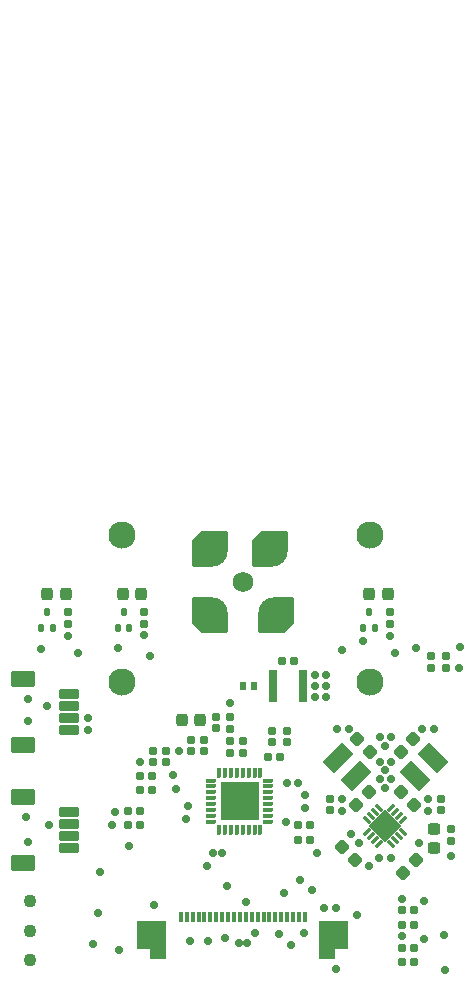
<source format=gbr>
%TF.GenerationSoftware,KiCad,Pcbnew,8.0.5*%
%TF.CreationDate,2025-03-05T14:18:00-05:00*%
%TF.ProjectId,minimax,6d696e69-6d61-4782-9e6b-696361645f70,rev?*%
%TF.SameCoordinates,Original*%
%TF.FileFunction,Soldermask,Top*%
%TF.FilePolarity,Negative*%
%FSLAX46Y46*%
G04 Gerber Fmt 4.6, Leading zero omitted, Abs format (unit mm)*
G04 Created by KiCad (PCBNEW 8.0.5) date 2025-03-05 14:18:00*
%MOMM*%
%LPD*%
G01*
G04 APERTURE LIST*
G04 Aperture macros list*
%AMRoundRect*
0 Rectangle with rounded corners*
0 $1 Rounding radius*
0 $2 $3 $4 $5 $6 $7 $8 $9 X,Y pos of 4 corners*
0 Add a 4 corners polygon primitive as box body*
4,1,4,$2,$3,$4,$5,$6,$7,$8,$9,$2,$3,0*
0 Add four circle primitives for the rounded corners*
1,1,$1+$1,$2,$3*
1,1,$1+$1,$4,$5*
1,1,$1+$1,$6,$7*
1,1,$1+$1,$8,$9*
0 Add four rect primitives between the rounded corners*
20,1,$1+$1,$2,$3,$4,$5,0*
20,1,$1+$1,$4,$5,$6,$7,0*
20,1,$1+$1,$6,$7,$8,$9,0*
20,1,$1+$1,$8,$9,$2,$3,0*%
%AMFreePoly0*
4,1,17,0.685355,1.560355,0.700000,1.525000,0.700000,-1.525000,0.685355,-1.560355,0.650000,-1.575000,-0.650000,-1.575000,-0.685355,-1.560355,-0.700000,-1.525001,-0.700010,-0.725000,-1.750011,-0.725000,-1.785366,-0.710355,-1.800011,-0.675000,-1.800011,1.525000,-1.785366,1.560355,-1.750011,1.575000,0.650000,1.575000,0.685355,1.560355,0.685355,1.560355,$1*%
%AMFreePoly1*
4,1,17,1.785366,1.560355,1.800011,1.525000,1.800011,-0.675000,1.785366,-0.710355,1.750011,-0.725000,0.700010,-0.725000,0.700000,-1.525001,0.685355,-1.560356,0.650000,-1.575000,-0.650000,-1.575000,-0.685355,-1.560355,-0.700000,-1.525000,-0.700000,1.525000,-0.685355,1.560355,-0.650000,1.575000,1.750011,1.575000,1.785366,1.560355,1.785366,1.560355,$1*%
%AMFreePoly2*
4,1,49,1.709133,1.231194,1.726811,1.223872,1.753872,1.196813,1.753872,1.196811,1.761194,1.179133,1.765000,1.160000,1.765000,-0.940000,1.761194,-0.959133,1.753872,-0.976811,1.743033,-0.993033,0.993033,-1.743033,0.976811,-1.753872,0.959133,-1.761194,0.940000,-1.765000,-1.160000,-1.765000,-1.179133,-1.761194,-1.196811,-1.753872,-1.223872,-1.726813,-1.223872,-1.726811,-1.231194,-1.709133,
-1.235000,-1.690000,-1.235000,0.000000,-1.231194,0.019133,-1.223872,0.036811,-1.213033,0.053034,-1.204510,0.061556,-1.190036,0.217762,-1.188340,0.226832,-1.129759,0.432723,-1.126426,0.441327,-1.031010,0.632948,-1.026153,0.640793,-0.897151,0.811619,-0.890935,0.818437,-0.732741,0.962650,-0.725378,0.968211,-0.543378,1.080900,-0.535118,1.085013,-0.335511,1.162342,-0.326636,1.164867,
-0.116218,1.204201,-0.107031,1.205052,-0.061014,1.205052,-0.053033,1.213033,-0.036811,1.223872,-0.019133,1.231194,0.000000,1.235000,1.690000,1.235000,1.709133,1.231194,1.709133,1.231194,$1*%
%AMFreePoly3*
4,1,49,0.019133,1.231194,0.036811,1.223872,0.053033,1.213033,0.061014,1.205052,0.107031,1.205052,0.116218,1.204201,0.326636,1.164867,0.335511,1.162342,0.535118,1.085013,0.543378,1.080900,0.725378,0.968211,0.732741,0.962650,0.890935,0.818437,0.897151,0.811619,1.026153,0.640793,1.031010,0.632948,1.126426,0.441327,1.129759,0.432723,1.188340,0.226832,1.190036,0.217762,
1.204510,0.061556,1.213033,0.053034,1.223872,0.036811,1.231194,0.019133,1.235000,0.000000,1.235000,-1.690000,1.231194,-1.709133,1.223872,-1.726811,1.196813,-1.753872,1.196811,-1.753872,1.179133,-1.761194,1.160000,-1.765000,-0.940000,-1.765000,-0.959133,-1.761194,-0.976811,-1.753872,-0.993033,-1.743033,-1.743033,-0.993033,-1.753872,-0.976811,-1.761194,-0.959133,-1.765000,-0.940000,
-1.765000,1.160000,-1.761194,1.179133,-1.753872,1.196811,-1.726813,1.223872,-1.726811,1.223872,-1.709133,1.231194,-1.690000,1.235000,0.000000,1.235000,0.019133,1.231194,0.019133,1.231194,$1*%
%AMFreePoly4*
4,1,49,1.179133,1.761194,1.196811,1.753872,1.223872,1.726813,1.223872,1.726811,1.231194,1.709133,1.235000,1.690000,1.235000,0.000000,1.231194,-0.019133,1.223872,-0.036811,1.213033,-0.053034,1.204510,-0.061556,1.190036,-0.217762,1.188340,-0.226832,1.129759,-0.432723,1.126426,-0.441327,1.031010,-0.632948,1.026153,-0.640793,0.897151,-0.811619,0.890935,-0.818437,0.732741,-0.962650,
0.725378,-0.968211,0.543378,-1.080900,0.535118,-1.085013,0.335511,-1.162342,0.326636,-1.164867,0.116218,-1.204201,0.107031,-1.205052,0.061014,-1.205052,0.053033,-1.213033,0.036811,-1.223872,0.019133,-1.231194,0.000000,-1.235000,-1.690000,-1.235000,-1.709133,-1.231194,-1.726811,-1.223872,-1.753872,-1.196813,-1.753872,-1.196811,-1.761194,-1.179133,-1.765000,-1.160000,-1.765000,0.940000,
-1.761194,0.959133,-1.753872,0.976811,-1.743033,0.993033,-0.993033,1.743033,-0.976811,1.753872,-0.959133,1.761194,-0.940000,1.765000,1.160000,1.765000,1.179133,1.761194,1.179133,1.761194,$1*%
G04 Aperture macros list end*
%ADD10RoundRect,0.050000X-0.341250X1.221315X-1.221315X0.341250X0.341250X-1.221315X1.221315X-0.341250X0*%
%ADD11RoundRect,0.050000X-1.221315X-0.341250X-0.341250X-1.221315X1.221315X0.341250X0.341250X1.221315X0*%
%ADD12RoundRect,0.250000X-0.017678X0.371231X-0.371231X0.017678X0.017678X-0.371231X0.371231X-0.017678X0*%
%ADD13RoundRect,0.250000X0.250000X0.275000X-0.250000X0.275000X-0.250000X-0.275000X0.250000X-0.275000X0*%
%ADD14RoundRect,0.250000X-0.371231X-0.017678X-0.017678X-0.371231X0.371231X0.017678X0.017678X0.371231X0*%
%ADD15RoundRect,0.250000X0.017678X-0.371231X0.371231X-0.017678X-0.017678X0.371231X-0.371231X0.017678X0*%
%ADD16RoundRect,0.250000X0.371231X0.017678X0.017678X0.371231X-0.371231X-0.017678X-0.017678X-0.371231X0*%
%ADD17RoundRect,0.250000X-0.275000X0.250000X-0.275000X-0.250000X0.275000X-0.250000X0.275000X0.250000X0*%
%ADD18RoundRect,0.125000X-0.125000X0.180000X-0.125000X-0.180000X0.125000X-0.180000X0.125000X0.180000X0*%
%ADD19RoundRect,0.165000X0.195000X-0.165000X0.195000X0.165000X-0.195000X0.165000X-0.195000X-0.165000X0*%
%ADD20RoundRect,0.050000X-0.150000X-0.400000X0.150000X-0.400000X0.150000X0.400000X-0.150000X0.400000X0*%
%ADD21FreePoly0,0.000000*%
%ADD22FreePoly1,0.000000*%
%ADD23RoundRect,0.160000X0.160000X0.210000X-0.160000X0.210000X-0.160000X-0.210000X0.160000X-0.210000X0*%
%ADD24RoundRect,0.050000X0.161645X-0.341250X0.341250X-0.161645X-0.161645X0.341250X-0.341250X0.161645X0*%
%ADD25RoundRect,0.050000X-0.341250X-0.161645X-0.161645X-0.341250X0.341250X0.161645X0.161645X0.341250X0*%
%ADD26RoundRect,0.050000X-1.347038X0.000000X0.000000X-1.347038X1.347038X0.000000X0.000000X1.347038X0*%
%ADD27RoundRect,0.243750X-0.243750X-0.281250X0.243750X-0.281250X0.243750X0.281250X-0.243750X0.281250X0*%
%ADD28RoundRect,0.165000X-0.195000X0.165000X-0.195000X-0.165000X0.195000X-0.165000X0.195000X0.165000X0*%
%ADD29RoundRect,0.160000X0.210000X-0.160000X0.210000X0.160000X-0.210000X0.160000X-0.210000X-0.160000X0*%
%ADD30C,1.100000*%
%ADD31RoundRect,0.160000X-0.160000X-0.210000X0.160000X-0.210000X0.160000X0.210000X-0.160000X0.210000X0*%
%ADD32RoundRect,0.160000X-0.210000X0.160000X-0.210000X-0.160000X0.210000X-0.160000X0.210000X0.160000X0*%
%ADD33RoundRect,0.050000X-0.381000X0.127000X-0.381000X-0.127000X0.381000X-0.127000X0.381000X0.127000X0*%
%ADD34RoundRect,0.050000X0.127000X0.381000X-0.127000X0.381000X-0.127000X-0.381000X0.127000X-0.381000X0*%
%ADD35RoundRect,0.050000X1.600200X1.600200X-1.600200X1.600200X-1.600200X-1.600200X1.600200X-1.600200X0*%
%ADD36RoundRect,0.102000X-0.775000X0.300000X-0.775000X-0.300000X0.775000X-0.300000X0.775000X0.300000X0*%
%ADD37RoundRect,0.102000X-0.900000X0.600000X-0.900000X-0.600000X0.900000X-0.600000X0.900000X0.600000X0*%
%ADD38RoundRect,0.050000X-0.325000X1.325000X-0.325000X-1.325000X0.325000X-1.325000X0.325000X1.325000X0*%
%ADD39C,2.300000*%
%ADD40C,1.750000*%
%ADD41FreePoly2,180.000000*%
%ADD42FreePoly3,180.000000*%
%ADD43FreePoly4,90.000000*%
%ADD44FreePoly4,180.000000*%
%ADD45RoundRect,0.050000X-0.190000X0.330000X-0.190000X-0.330000X0.190000X-0.330000X0.190000X0.330000X0*%
%ADD46C,0.700000*%
G04 APERTURE END LIST*
D10*
%TO.C,L4*%
X16059769Y-20886678D03*
X14533125Y-22413322D03*
%TD*%
D11*
%TO.C,L3*%
X8033125Y-20886678D03*
X9559769Y-22413322D03*
%TD*%
D12*
%TO.C,C19*%
X14671232Y-29551992D03*
X13575216Y-30648008D03*
%TD*%
D13*
%TO.C,C3*%
X-3625000Y-17700000D03*
X-5175000Y-17700000D03*
%TD*%
D12*
%TO.C,C16*%
X14444455Y-19301992D03*
X13348439Y-20398008D03*
%TD*%
D14*
%TO.C,C14*%
X9648439Y-19301992D03*
X10744455Y-20398008D03*
%TD*%
D15*
%TO.C,C11*%
X9598439Y-24898008D03*
X10694455Y-23801992D03*
%TD*%
D16*
%TO.C,C18*%
X9494455Y-29548008D03*
X8398439Y-28451992D03*
%TD*%
D17*
%TO.C,C17*%
X16173224Y-26925000D03*
X16173224Y-28475000D03*
%TD*%
D16*
%TO.C,C12*%
X14494455Y-24898008D03*
X13398439Y-23801992D03*
%TD*%
D18*
%TO.C,Q3*%
X10200000Y-9845000D03*
X11200000Y-9845000D03*
X10700000Y-8555000D03*
%TD*%
D19*
%TO.C,C15*%
X16746447Y-25330000D03*
X16746447Y-24370000D03*
%TD*%
D20*
%TO.C,J1*%
X-5249990Y-34350000D03*
X-4749990Y-34350000D03*
X-4249989Y-34350000D03*
X-3749990Y-34350000D03*
X-3249988Y-34350000D03*
X-2749989Y-34350000D03*
X-2249990Y-34350000D03*
X-1749989Y-34350000D03*
X-1249990Y-34350000D03*
X-749988Y-34350000D03*
X-249989Y-34350000D03*
X250010Y-34350000D03*
X750011Y-34350000D03*
X1250010Y-34350000D03*
X1750009Y-34350000D03*
X2250011Y-34350000D03*
X2750010Y-34350000D03*
X3250011Y-34350000D03*
X3750010Y-34350000D03*
X4250009Y-34350000D03*
X4750011Y-34350000D03*
X5250010Y-34350000D03*
D21*
X-7149989Y-36275000D03*
D22*
X7149989Y-36275000D03*
%TD*%
D19*
%TO.C,C1*%
X3700000Y-19530000D03*
X3700000Y-18570000D03*
%TD*%
D23*
%TO.C,R19*%
X5710000Y-26600000D03*
X4690000Y-26600000D03*
%TD*%
D24*
%TO.C,U2*%
X11553029Y-25095920D03*
X11199474Y-25449474D03*
X10845921Y-25803027D03*
X10492367Y-26156582D03*
D25*
X10492367Y-27143418D03*
X10845921Y-27496973D03*
X11199474Y-27850526D03*
X11553029Y-28204080D03*
D24*
X12539865Y-28204080D03*
X12893420Y-27850526D03*
X13246973Y-27496973D03*
X13600527Y-27143418D03*
D25*
X13600527Y-26156582D03*
X13246973Y-25803027D03*
X12893420Y-25449474D03*
X12539865Y-25095920D03*
D26*
X12046447Y-26650000D03*
%TD*%
D27*
%TO.C,D1*%
X-16587500Y-7000000D03*
X-15012500Y-7000000D03*
%TD*%
D23*
%TO.C,R10*%
X14510000Y-33800000D03*
X13490000Y-33800000D03*
%TD*%
D28*
%TO.C,C13*%
X7346447Y-24370000D03*
X7346447Y-25330000D03*
%TD*%
D29*
%TO.C,R8*%
X-8400000Y-9510000D03*
X-8400000Y-8490000D03*
%TD*%
D19*
%TO.C,C10*%
X-1061100Y-20430000D03*
X-1061100Y-19470000D03*
%TD*%
D30*
%TO.C,TP1*%
X-18000000Y-38000000D03*
%TD*%
D19*
%TO.C,C8*%
X-6525000Y-21230000D03*
X-6525000Y-20270000D03*
%TD*%
%TO.C,C6*%
X-4400000Y-20330000D03*
X-4400000Y-19370000D03*
%TD*%
%TO.C,C2*%
X2450000Y-19530000D03*
X2450000Y-18570000D03*
%TD*%
D31*
%TO.C,R6*%
X-8710000Y-23600000D03*
X-7690000Y-23600000D03*
%TD*%
D19*
%TO.C,C9*%
X-11100Y-20430000D03*
X-11100Y-19470000D03*
%TD*%
D32*
%TO.C,R1*%
X17200000Y-12290000D03*
X17200000Y-13310000D03*
%TD*%
D27*
%TO.C,D3*%
X10712500Y-7000000D03*
X12287500Y-7000000D03*
%TD*%
D33*
%TO.C,U1*%
X2164600Y-26299999D03*
X2164600Y-25800000D03*
X2164600Y-25300001D03*
X2164600Y-24800000D03*
X2164600Y-24300000D03*
X2164600Y-23799999D03*
X2164600Y-23300000D03*
X2164600Y-22800001D03*
D34*
X1488899Y-22124300D03*
X988900Y-22124300D03*
X488901Y-22124300D03*
X-11100Y-22124300D03*
X-511100Y-22124300D03*
X-1011101Y-22124300D03*
X-1511100Y-22124300D03*
X-2011099Y-22124300D03*
D33*
X-2686800Y-22800001D03*
X-2686800Y-23300000D03*
X-2686800Y-23799999D03*
X-2686800Y-24300000D03*
X-2686800Y-24800000D03*
X-2686800Y-25300001D03*
X-2686800Y-25800000D03*
X-2686800Y-26299999D03*
D34*
X-2011099Y-26975700D03*
X-1511100Y-26975700D03*
X-1011101Y-26975700D03*
X-511100Y-26975700D03*
X-11100Y-26975700D03*
X488901Y-26975700D03*
X988900Y-26975700D03*
X1488899Y-26975700D03*
D35*
X-261100Y-24550000D03*
%TD*%
D23*
%TO.C,R3*%
X-8690000Y-26600000D03*
X-9710000Y-26600000D03*
%TD*%
%TO.C,R2*%
X-8690000Y-25400000D03*
X-9710000Y-25400000D03*
%TD*%
D31*
%TO.C,R11*%
X13490000Y-38200000D03*
X14510000Y-38200000D03*
%TD*%
D18*
%TO.C,Q1*%
X-17100000Y-9845000D03*
X-16100000Y-9845000D03*
X-16600000Y-8555000D03*
%TD*%
D29*
%TO.C,R7*%
X-14800000Y-9510000D03*
X-14800000Y-8490000D03*
%TD*%
%TO.C,R16*%
X12500000Y-9510000D03*
X12500000Y-8490000D03*
%TD*%
D19*
%TO.C,C5*%
X-3300000Y-20330000D03*
X-3300000Y-19370000D03*
%TD*%
D36*
%TO.C,J4*%
X-14725000Y-25500000D03*
X-14725000Y-26500000D03*
X-14725000Y-27500000D03*
X-14725000Y-28500000D03*
D37*
X-18600000Y-24200000D03*
X-18600000Y-29800000D03*
%TD*%
D29*
%TO.C,R14*%
X-1100000Y-18410000D03*
X-1100000Y-17390000D03*
%TD*%
D32*
%TO.C,R15*%
X17623224Y-26940000D03*
X17623224Y-27960000D03*
%TD*%
D27*
%TO.C,D2*%
X-10187500Y-7000000D03*
X-8612500Y-7000000D03*
%TD*%
D31*
%TO.C,R18*%
X2090000Y-20825000D03*
X3110000Y-20825000D03*
%TD*%
D23*
%TO.C,R13*%
X4310000Y-12700000D03*
X3290000Y-12700000D03*
%TD*%
D30*
%TO.C,TP2*%
X-18000000Y-35500000D03*
%TD*%
D32*
%TO.C,R5*%
X15900000Y-12290000D03*
X15900000Y-13310000D03*
%TD*%
D38*
%TO.C,L1*%
X5070000Y-14800000D03*
X2530000Y-14800000D03*
%TD*%
D31*
%TO.C,R4*%
X-8710000Y-22400000D03*
X-7690000Y-22400000D03*
%TD*%
D39*
%TO.C,J5*%
X-10250000Y-2000000D03*
X-10250000Y-14500000D03*
X10750000Y-2000000D03*
X10750000Y-14500000D03*
%TD*%
D18*
%TO.C,Q2*%
X-10600000Y-9845000D03*
X-9600000Y-9845000D03*
X-10100000Y-8555000D03*
%TD*%
D40*
%TO.C,J2*%
X0Y-6000000D03*
D41*
X2540000Y-8540000D03*
D42*
X-2540000Y-8540000D03*
D43*
X2550000Y-3450000D03*
D44*
X-2540000Y-3460000D03*
%TD*%
D30*
%TO.C,TP3*%
X-18000000Y-33000000D03*
%TD*%
D23*
%TO.C,R17*%
X5710000Y-27800000D03*
X4690000Y-27800000D03*
%TD*%
D19*
%TO.C,C7*%
X-7625000Y-21230000D03*
X-7625000Y-20270000D03*
%TD*%
D23*
%TO.C,R9*%
X14510000Y-37000000D03*
X13490000Y-37000000D03*
%TD*%
D31*
%TO.C,R12*%
X13490000Y-35000000D03*
X14510000Y-35000000D03*
%TD*%
D45*
%TO.C,L2*%
X940000Y-14800000D03*
X-20000Y-14800000D03*
%TD*%
D36*
%TO.C,J3*%
X-14725000Y-15500000D03*
X-14725000Y-16500000D03*
X-14725000Y-17500000D03*
X-14725000Y-18500000D03*
D37*
X-18600000Y-14200000D03*
X-18600000Y-19800000D03*
%TD*%
D19*
%TO.C,C4*%
X-2250000Y-18380000D03*
X-2250000Y-17420000D03*
%TD*%
D46*
X6300000Y-28900000D03*
X15300000Y-36200000D03*
X15300000Y-33000000D03*
X-8700000Y-21225000D03*
X18300000Y-13300000D03*
X18400000Y-11500000D03*
X-16587500Y-16525000D03*
X16146447Y-18400000D03*
X12546447Y-29350000D03*
X5200000Y-35750000D03*
X-16450000Y-26600000D03*
X11546447Y-29350000D03*
X-14800000Y-10600000D03*
X12500000Y-10600000D03*
X-8400000Y-10500000D03*
X15171447Y-18400000D03*
X13500000Y-36000000D03*
X5250000Y-25100000D03*
X5225000Y-24050000D03*
X13500000Y-32800000D03*
X-364760Y-36520000D03*
X-2514770Y-28940000D03*
X-261100Y-23550000D03*
X-12075000Y-30550000D03*
X-13975000Y-11975000D03*
X-2950000Y-36400000D03*
X12521447Y-22650000D03*
X-1100000Y-16250000D03*
X12046447Y-26650000D03*
X-12700000Y-36600000D03*
X7875000Y-38725000D03*
X12521447Y-19150000D03*
X-1248714Y-25537614D03*
X4100000Y-36700000D03*
X-7825000Y-12250000D03*
X738900Y-23550000D03*
X-10500000Y-37125000D03*
X8400000Y-11725000D03*
X12046447Y-19875000D03*
X738900Y-24550000D03*
X-9602121Y-28337024D03*
X-1310000Y-31760000D03*
X12850000Y-26650000D03*
X17000000Y-35900000D03*
X-18175000Y-15925000D03*
X-1500000Y-36100000D03*
X12050000Y-25850000D03*
X-1261100Y-24550000D03*
X-261100Y-24550000D03*
X11571447Y-21200000D03*
X12521447Y-21200000D03*
X12021447Y-23400000D03*
X-261100Y-25550000D03*
X-18150000Y-17775000D03*
X-18325000Y-25900000D03*
X17125000Y-38850000D03*
X1020000Y-35720000D03*
X-7500000Y-33300000D03*
X11571447Y-19150000D03*
X12850000Y-12000000D03*
X-12300000Y-34000000D03*
X11571447Y-22650000D03*
X11250000Y-26650000D03*
X270000Y-33110000D03*
X12046447Y-21925000D03*
X738900Y-25550000D03*
X-3000000Y-30020000D03*
X-4500000Y-36350000D03*
X12050000Y-27425000D03*
X9675000Y-34225000D03*
X-1261100Y-23550000D03*
X14873224Y-28050000D03*
X-18150000Y-28000000D03*
X-1785230Y-28940000D03*
X364780Y-36520000D03*
X5850000Y-32050000D03*
X-13150000Y-17500000D03*
X-10850000Y-25500000D03*
X4650000Y-23050000D03*
X4800000Y-31200000D03*
X-13150000Y-18500000D03*
X3700000Y-23000000D03*
X-11100000Y-26550000D03*
X8421447Y-25375000D03*
X8421447Y-24400000D03*
X6100000Y-15700000D03*
X15671447Y-24400000D03*
X6100000Y-13900000D03*
X15671447Y-25375000D03*
X7000000Y-14800000D03*
X6100000Y-14800000D03*
X7000000Y-15700000D03*
X7000000Y-13900000D03*
X3500000Y-32300000D03*
X-4675000Y-24950000D03*
X3650000Y-26350000D03*
X3050000Y-35800000D03*
X10696447Y-30000000D03*
X-5425000Y-20300000D03*
X14700000Y-11600000D03*
X9796447Y-28100000D03*
X7946447Y-18400000D03*
X8946447Y-18400000D03*
X7900000Y-33600000D03*
X-5900000Y-22300000D03*
X-17100000Y-11700000D03*
X-5700000Y-23500000D03*
X-10600000Y-11600000D03*
X10200000Y-11000000D03*
X9146447Y-27300000D03*
X17623224Y-29200000D03*
X6900000Y-33600000D03*
X-4800000Y-26075000D03*
M02*

</source>
